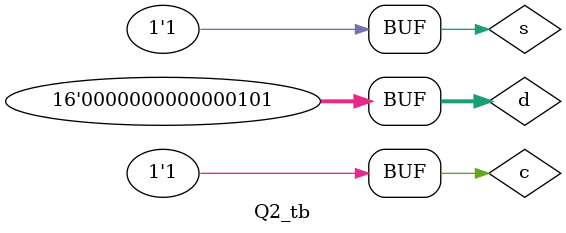
<source format=v>
module Q2_tb();
reg [15:0] d;
reg c;
reg s;

wire [15:0] address;

hw1 Q2(
    .d(d),
    .c(c),
    .s(s),
    .address(address)
);

initial begin
    d = 5;
    c = 0;
    s = 0;
    #20;
    
    d = 5;
    c = 0;
    s = 1;
    #20;
    
    d = 5;
    c = 1;
    s = 0;
    #20;
    
    d = 5;
    c = 1;
    s = 1;
end
endmodule

</source>
